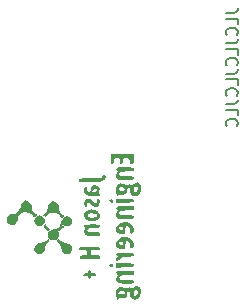
<source format=gbr>
%TF.GenerationSoftware,KiCad,Pcbnew,(6.0.7)*%
%TF.CreationDate,2023-08-26T21:57:55+08:00*%
%TF.ProjectId,ESP32_C3_motor_driver_V4,45535033-325f-4433-935f-6d6f746f725f,rev?*%
%TF.SameCoordinates,PX5ae29a0PY2d4cae0*%
%TF.FileFunction,Legend,Bot*%
%TF.FilePolarity,Positive*%
%FSLAX46Y46*%
G04 Gerber Fmt 4.6, Leading zero omitted, Abs format (unit mm)*
G04 Created by KiCad (PCBNEW (6.0.7)) date 2023-08-26 21:57:55*
%MOMM*%
%LPD*%
G01*
G04 APERTURE LIST*
%ADD10C,0.150000*%
G04 APERTURE END LIST*
D10*
X55252380Y-2580952D02*
X55966666Y-2580952D01*
X56109523Y-2533333D01*
X56204761Y-2438095D01*
X56252380Y-2295238D01*
X56252380Y-2200000D01*
X56252380Y-3533333D02*
X56252380Y-3057142D01*
X55252380Y-3057142D01*
X56157142Y-4438095D02*
X56204761Y-4390476D01*
X56252380Y-4247619D01*
X56252380Y-4152380D01*
X56204761Y-4009523D01*
X56109523Y-3914285D01*
X56014285Y-3866666D01*
X55823809Y-3819047D01*
X55680952Y-3819047D01*
X55490476Y-3866666D01*
X55395238Y-3914285D01*
X55300000Y-4009523D01*
X55252380Y-4152380D01*
X55252380Y-4247619D01*
X55300000Y-4390476D01*
X55347619Y-4438095D01*
X55252380Y-5152380D02*
X55966666Y-5152380D01*
X56109523Y-5104761D01*
X56204761Y-5009523D01*
X56252380Y-4866666D01*
X56252380Y-4771428D01*
X56252380Y-6104761D02*
X56252380Y-5628571D01*
X55252380Y-5628571D01*
X56157142Y-7009523D02*
X56204761Y-6961904D01*
X56252380Y-6819047D01*
X56252380Y-6723809D01*
X56204761Y-6580952D01*
X56109523Y-6485714D01*
X56014285Y-6438095D01*
X55823809Y-6390476D01*
X55680952Y-6390476D01*
X55490476Y-6438095D01*
X55395238Y-6485714D01*
X55300000Y-6580952D01*
X55252380Y-6723809D01*
X55252380Y-6819047D01*
X55300000Y-6961904D01*
X55347619Y-7009523D01*
X55252380Y-7723809D02*
X55966666Y-7723809D01*
X56109523Y-7676190D01*
X56204761Y-7580952D01*
X56252380Y-7438095D01*
X56252380Y-7342857D01*
X56252380Y-8676190D02*
X56252380Y-8200000D01*
X55252380Y-8200000D01*
X56157142Y-9580952D02*
X56204761Y-9533333D01*
X56252380Y-9390476D01*
X56252380Y-9295238D01*
X56204761Y-9152380D01*
X56109523Y-9057142D01*
X56014285Y-9009523D01*
X55823809Y-8961904D01*
X55680952Y-8961904D01*
X55490476Y-9009523D01*
X55395238Y-9057142D01*
X55300000Y-9152380D01*
X55252380Y-9295238D01*
X55252380Y-9390476D01*
X55300000Y-9533333D01*
X55347619Y-9580952D01*
X55252380Y-10295238D02*
X55966666Y-10295238D01*
X56109523Y-10247619D01*
X56204761Y-10152380D01*
X56252380Y-10009523D01*
X56252380Y-9914285D01*
X56252380Y-11247619D02*
X56252380Y-10771428D01*
X55252380Y-10771428D01*
X56157142Y-12152380D02*
X56204761Y-12104761D01*
X56252380Y-11961904D01*
X56252380Y-11866666D01*
X56204761Y-11723809D01*
X56109523Y-11628571D01*
X56014285Y-11580952D01*
X55823809Y-11533333D01*
X55680952Y-11533333D01*
X55490476Y-11580952D01*
X55395238Y-11628571D01*
X55300000Y-11723809D01*
X55252380Y-11866666D01*
X55252380Y-11961904D01*
X55300000Y-12104761D01*
X55347619Y-12152380D01*
%TO.C,G\u002A\u002A\u002A*%
G36*
X41969189Y-19819781D02*
G01*
X42131354Y-19903969D01*
X42213151Y-20021598D01*
X42259669Y-20208840D01*
X42229225Y-20366298D01*
X42100956Y-20536104D01*
X41908162Y-20629305D01*
X41689973Y-20630049D01*
X41485520Y-20522482D01*
X41388356Y-20455647D01*
X41347514Y-20480830D01*
X41359661Y-20524196D01*
X41452763Y-20604461D01*
X41533384Y-20657246D01*
X41548153Y-20733470D01*
X41456741Y-20770166D01*
X41362761Y-20808943D01*
X41246894Y-20925181D01*
X41223787Y-20956894D01*
X41134883Y-21033020D01*
X41053468Y-20995347D01*
X41005551Y-20954432D01*
X40912486Y-20910497D01*
X40914017Y-20951640D01*
X40996685Y-21050829D01*
X41088215Y-21185079D01*
X41137017Y-21366575D01*
X41126097Y-21458409D01*
X41024331Y-21644594D01*
X40847720Y-21772098D01*
X40635774Y-21827340D01*
X40428005Y-21796738D01*
X40263924Y-21666708D01*
X40223763Y-21603532D01*
X40149970Y-21367065D01*
X40206328Y-21162416D01*
X40385312Y-21003403D01*
X40679396Y-20903846D01*
X40806375Y-20876216D01*
X41072929Y-20770145D01*
X41235736Y-20603979D01*
X41318934Y-20357080D01*
X41331503Y-20291344D01*
X41427649Y-20004852D01*
X41575107Y-19840405D01*
X41782142Y-19787845D01*
X41969189Y-19819781D01*
G37*
G36*
X44205842Y-20491375D02*
G01*
X44406456Y-20500862D01*
X44517522Y-20523447D01*
X44565073Y-20564611D01*
X44575138Y-20629834D01*
X44568054Y-20690087D01*
X44518363Y-20741847D01*
X44393065Y-20764904D01*
X44159882Y-20770166D01*
X44154652Y-20770167D01*
X43844394Y-20780118D01*
X43650645Y-20814636D01*
X43550899Y-20881420D01*
X43522652Y-20988170D01*
X43523088Y-21004602D01*
X43544928Y-21066423D01*
X43620650Y-21101585D01*
X43779043Y-21117353D01*
X44048895Y-21120995D01*
X44233729Y-21121639D01*
X44427435Y-21129654D01*
X44529199Y-21154885D01*
X44568580Y-21207186D01*
X44575138Y-21296409D01*
X44573719Y-21351769D01*
X44551901Y-21419752D01*
X44479761Y-21455551D01*
X44327296Y-21469473D01*
X44064507Y-21471823D01*
X43883480Y-21468169D01*
X43582112Y-21434127D01*
X43397933Y-21362596D01*
X43339543Y-21308894D01*
X43257723Y-21151335D01*
X43247527Y-20986451D01*
X43318268Y-20871636D01*
X43356602Y-20832909D01*
X43318268Y-20748213D01*
X43242525Y-20654524D01*
X43239794Y-20574773D01*
X43342230Y-20524043D01*
X43561322Y-20497298D01*
X43908564Y-20489503D01*
X44205842Y-20491375D01*
G37*
G36*
X47451934Y-19121271D02*
G01*
X47450447Y-19177545D01*
X47428318Y-19245029D01*
X47355676Y-19280554D01*
X47202583Y-19294359D01*
X46939101Y-19296685D01*
X46835643Y-19297947D01*
X46505953Y-19325916D01*
X46294543Y-19388352D01*
X46207975Y-19482309D01*
X46252815Y-19604838D01*
X46283971Y-19634554D01*
X46398745Y-19684045D01*
X46595898Y-19710098D01*
X46904079Y-19717680D01*
X47114257Y-19718547D01*
X47307976Y-19726649D01*
X47408410Y-19750117D01*
X47443021Y-19797051D01*
X47439272Y-19875553D01*
X47415380Y-19958435D01*
X47349254Y-20010571D01*
X47208702Y-20038873D01*
X46960774Y-20055750D01*
X46631073Y-20057307D01*
X46280051Y-20009246D01*
X46046045Y-19905248D01*
X45935735Y-19747323D01*
X45926888Y-19615242D01*
X46022761Y-19423938D01*
X46032427Y-19412912D01*
X46104383Y-19300049D01*
X46066160Y-19245504D01*
X46018268Y-19206783D01*
X45978453Y-19080341D01*
X45978628Y-19069354D01*
X45993493Y-19012873D01*
X46049887Y-18976792D01*
X46172504Y-18956600D01*
X46386041Y-18947791D01*
X46715193Y-18945856D01*
X47451934Y-18945856D01*
X47451934Y-19121271D01*
G37*
G36*
X46912135Y-23787504D02*
G01*
X47175825Y-23791113D01*
X47336246Y-23803384D01*
X47417537Y-23829618D01*
X47443833Y-23875113D01*
X47439272Y-23945166D01*
X47435738Y-23967517D01*
X47412437Y-24031494D01*
X47353029Y-24072786D01*
X47231463Y-24097641D01*
X47021688Y-24112308D01*
X46697652Y-24123035D01*
X45978453Y-24143031D01*
X45978453Y-23787293D01*
X46720074Y-23787293D01*
X46912135Y-23787504D01*
G37*
G36*
X45718613Y-23875000D02*
G01*
X45721202Y-23938698D01*
X45657816Y-24061928D01*
X45566766Y-24123580D01*
X45459902Y-24074340D01*
X45408783Y-24010047D01*
X45393722Y-23887411D01*
X45400277Y-23873145D01*
X45499618Y-23799330D01*
X45630264Y-23799011D01*
X45718613Y-23875000D01*
G37*
G36*
X41252185Y-21862544D02*
G01*
X41269541Y-21879838D01*
X41452752Y-21998014D01*
X41673179Y-22072292D01*
X41701292Y-22077902D01*
X41925095Y-22155258D01*
X42101796Y-22264546D01*
X42215758Y-22423157D01*
X42243793Y-22629219D01*
X42169136Y-22820214D01*
X42007251Y-22960759D01*
X41773601Y-23015470D01*
X41671472Y-23000575D01*
X41474638Y-22884169D01*
X41332201Y-22684229D01*
X41277348Y-22439284D01*
X41239944Y-22265281D01*
X41080697Y-22036201D01*
X40963536Y-21907606D01*
X40936189Y-21828863D01*
X40992990Y-21770353D01*
X41009044Y-21761044D01*
X41119209Y-21755131D01*
X41252185Y-21862544D01*
G37*
G36*
X45025865Y-16309425D02*
G01*
X45065224Y-16437431D01*
X45064783Y-16460767D01*
X45036982Y-16623422D01*
X44954074Y-16743011D01*
X44799135Y-16825553D01*
X44555239Y-16877062D01*
X44205463Y-16903556D01*
X43732882Y-16911050D01*
X43632424Y-16911037D01*
X43288575Y-16909721D01*
X43058087Y-16903512D01*
X42919156Y-16888581D01*
X42849976Y-16861100D01*
X42828745Y-16817242D01*
X42833656Y-16753177D01*
X42836418Y-16735022D01*
X42854585Y-16677234D01*
X42901315Y-16637301D01*
X42998956Y-16611205D01*
X43169860Y-16594931D01*
X43436376Y-16584462D01*
X43820856Y-16575782D01*
X43831855Y-16575559D01*
X44213711Y-16566554D01*
X44477474Y-16555376D01*
X44644847Y-16538474D01*
X44737530Y-16512296D01*
X44777226Y-16473292D01*
X44785635Y-16417910D01*
X44808430Y-16329432D01*
X44925967Y-16279558D01*
X45025865Y-16309425D01*
G37*
G36*
X40768950Y-18550778D02*
G01*
X40950630Y-18680801D01*
X41084720Y-18883672D01*
X41137017Y-19118081D01*
X41148924Y-19227390D01*
X41226209Y-19430034D01*
X41349374Y-19585454D01*
X41487845Y-19647514D01*
X41547282Y-19669210D01*
X41536490Y-19755763D01*
X41426102Y-19885471D01*
X41352700Y-19947480D01*
X41292007Y-19952956D01*
X41252370Y-19838210D01*
X41224558Y-19768285D01*
X41079789Y-19626057D01*
X40861520Y-19540593D01*
X40609439Y-19513319D01*
X40363234Y-19545663D01*
X40162594Y-19639049D01*
X40047207Y-19794904D01*
X40024696Y-19856751D01*
X39978847Y-19881260D01*
X39883930Y-19801798D01*
X39835141Y-19752180D01*
X39800549Y-19678310D01*
X39869978Y-19617524D01*
X39922117Y-19583363D01*
X40094380Y-19381038D01*
X40152465Y-19100540D01*
X40176329Y-18957599D01*
X40287575Y-18745990D01*
X40456426Y-18587344D01*
X40645856Y-18524862D01*
X40768950Y-18550778D01*
G37*
G36*
X40266897Y-21758256D02*
G01*
X40311261Y-21806743D01*
X40302178Y-21883663D01*
X40191896Y-22002250D01*
X40059940Y-22184264D01*
X39970210Y-22459983D01*
X39907868Y-22681784D01*
X39767559Y-22894462D01*
X39582602Y-23005701D01*
X39376405Y-23003320D01*
X39172376Y-22875138D01*
X39144198Y-22844584D01*
X39044655Y-22638492D01*
X39057680Y-22422043D01*
X39166659Y-22227497D01*
X39354978Y-22087113D01*
X39606022Y-22033149D01*
X39776525Y-21996640D01*
X39988909Y-21854486D01*
X40066957Y-21781841D01*
X40176612Y-21722892D01*
X40266897Y-21758256D01*
G37*
G36*
X40049070Y-20558478D02*
G01*
X40118089Y-20671488D01*
X40265747Y-20785577D01*
X40362822Y-20833719D01*
X40388726Y-20883524D01*
X40301419Y-20956017D01*
X40202382Y-21004146D01*
X40104978Y-20976209D01*
X39962625Y-20857176D01*
X39912940Y-20810221D01*
X39815844Y-20701678D01*
X39808611Y-20625780D01*
X39879320Y-20536659D01*
X39949908Y-20466741D01*
X40006444Y-20455341D01*
X40049070Y-20558478D01*
G37*
G36*
X47451934Y-14946409D02*
G01*
X47451930Y-14961165D01*
X47447712Y-15188322D01*
X47426224Y-15309780D01*
X47373736Y-15358489D01*
X47276519Y-15367403D01*
X47173188Y-15355887D01*
X47114211Y-15287899D01*
X47101105Y-15121823D01*
X47100477Y-15049358D01*
X47080000Y-14929583D01*
X47000141Y-14883678D01*
X46820442Y-14876243D01*
X46737625Y-14876792D01*
X46600738Y-14894710D01*
X46548276Y-14964587D01*
X46539779Y-15121823D01*
X46535192Y-15232689D01*
X46496167Y-15339932D01*
X46399448Y-15367403D01*
X46336096Y-15359376D01*
X46274814Y-15291082D01*
X46259116Y-15121823D01*
X46259086Y-15103131D01*
X46245633Y-14948386D01*
X46178132Y-14887105D01*
X46013536Y-14876243D01*
X45994844Y-14876274D01*
X45840099Y-14889726D01*
X45778818Y-14957228D01*
X45767956Y-15121823D01*
X45763369Y-15232689D01*
X45724344Y-15339932D01*
X45627624Y-15367403D01*
X45565469Y-15359664D01*
X45514906Y-15308597D01*
X45492413Y-15181543D01*
X45487293Y-14946409D01*
X45487293Y-14525414D01*
X47451934Y-14525414D01*
X47451934Y-14946409D01*
G37*
G36*
X38424376Y-18469332D02*
G01*
X38613240Y-18578212D01*
X38761524Y-18753262D01*
X38821547Y-18946381D01*
X38846480Y-19179246D01*
X38953479Y-19433016D01*
X39131958Y-19587684D01*
X39304855Y-19666461D01*
X39150908Y-19791454D01*
X39053916Y-19865104D01*
X38991904Y-19873453D01*
X38949375Y-19789488D01*
X38819467Y-19611831D01*
X38587608Y-19484118D01*
X38295304Y-19437017D01*
X38201695Y-19440235D01*
X37924592Y-19509593D01*
X37745053Y-19675610D01*
X37652748Y-19946474D01*
X37616182Y-20092072D01*
X37495435Y-20328023D01*
X37329756Y-20495801D01*
X37148532Y-20559669D01*
X37108259Y-20557403D01*
X36902663Y-20473104D01*
X36751805Y-20296656D01*
X36693186Y-20068508D01*
X36696233Y-20011485D01*
X36783334Y-19784526D01*
X36972902Y-19632699D01*
X37241129Y-19577348D01*
X37288310Y-19575791D01*
X37560597Y-19494446D01*
X37759988Y-19303117D01*
X37865444Y-19020570D01*
X37889528Y-18916323D01*
X37999951Y-18684599D01*
X38158405Y-18518356D01*
X38334155Y-18454696D01*
X38424376Y-18469332D01*
G37*
G36*
X39636711Y-19751856D02*
G01*
X39803867Y-19858011D01*
X39895398Y-19992261D01*
X39944199Y-20173757D01*
X39910023Y-20322346D01*
X39803867Y-20489503D01*
X39669617Y-20581033D01*
X39488122Y-20629834D01*
X39339533Y-20595658D01*
X39172376Y-20489503D01*
X39080845Y-20355253D01*
X39032044Y-20173757D01*
X39066220Y-20025168D01*
X39172376Y-19858011D01*
X39306626Y-19766481D01*
X39488122Y-19717680D01*
X39636711Y-19751856D01*
G37*
G36*
X46912135Y-22875350D02*
G01*
X47175825Y-22878958D01*
X47336246Y-22891230D01*
X47417537Y-22917464D01*
X47443833Y-22962958D01*
X47439272Y-23033011D01*
X47434515Y-23061013D01*
X47402056Y-23132533D01*
X47320938Y-23176707D01*
X47160632Y-23204273D01*
X46890608Y-23225967D01*
X46867502Y-23227524D01*
X46600662Y-23250976D01*
X46438522Y-23283497D01*
X46347773Y-23335882D01*
X46295102Y-23418923D01*
X46227892Y-23513310D01*
X46067063Y-23576796D01*
X45938536Y-23542254D01*
X45921487Y-23440880D01*
X46024411Y-23284116D01*
X46084577Y-23196332D01*
X46059494Y-23155801D01*
X46012328Y-23129409D01*
X45978453Y-23015470D01*
X45978882Y-22996589D01*
X45994873Y-22940387D01*
X46052256Y-22904821D01*
X46175762Y-22885211D01*
X46390125Y-22876876D01*
X46720074Y-22875138D01*
X46912135Y-22875350D01*
G37*
G36*
X46796831Y-17129239D02*
G01*
X46979245Y-17108814D01*
X47049159Y-17085253D01*
X47216742Y-17109122D01*
X47320926Y-17130046D01*
X47461393Y-17041923D01*
X47593116Y-16942714D01*
X47631794Y-16939506D01*
X47763159Y-16928612D01*
X47943094Y-17051381D01*
X48025547Y-17169646D01*
X48082053Y-17409438D01*
X48051949Y-17667853D01*
X47943823Y-17896531D01*
X47766261Y-18047115D01*
X47648581Y-18085122D01*
X47396482Y-18062471D01*
X47276960Y-18000464D01*
X47208119Y-17887947D01*
X47171271Y-17681551D01*
X47161319Y-17613684D01*
X47127861Y-17512339D01*
X47451934Y-17512339D01*
X47460050Y-17663159D01*
X47504207Y-17737440D01*
X47609807Y-17740377D01*
X47647951Y-17732842D01*
X47747723Y-17660354D01*
X47789667Y-17489917D01*
X47795080Y-17355872D01*
X47753861Y-17278296D01*
X47631794Y-17261879D01*
X47520882Y-17274673D01*
X47464231Y-17344362D01*
X47451934Y-17512339D01*
X47127861Y-17512339D01*
X47103466Y-17438448D01*
X47025956Y-17360461D01*
X46951235Y-17391299D01*
X46901752Y-17542542D01*
X46841056Y-17734782D01*
X46675352Y-17903823D01*
X46427797Y-17963536D01*
X46415963Y-17963627D01*
X46247622Y-17985349D01*
X46153867Y-18033702D01*
X46128772Y-18069161D01*
X46056564Y-18096398D01*
X45998845Y-17986572D01*
X45954708Y-17738335D01*
X45947723Y-17541997D01*
X46155942Y-17541997D01*
X46266032Y-17601534D01*
X46391021Y-17631412D01*
X46554704Y-17629135D01*
X46610651Y-17605022D01*
X46679281Y-17500117D01*
X46633333Y-17378821D01*
X46626553Y-17372627D01*
X46491934Y-17332194D01*
X46320967Y-17356808D01*
X46189533Y-17436591D01*
X46165896Y-17467609D01*
X46155942Y-17541997D01*
X45947723Y-17541997D01*
X45946595Y-17510277D01*
X46010300Y-17242280D01*
X46156495Y-17076198D01*
X46374943Y-17021535D01*
X46491934Y-17049175D01*
X46655404Y-17087797D01*
X46796831Y-17129239D01*
G37*
G36*
X44390261Y-19371944D02*
G01*
X44442060Y-19418703D01*
X44559665Y-19627197D01*
X44558175Y-19858308D01*
X44434807Y-20068508D01*
X44360055Y-20128472D01*
X44186840Y-20190790D01*
X43921794Y-20208840D01*
X43757254Y-20199976D01*
X43474043Y-20119733D01*
X43300764Y-19958658D01*
X43246713Y-19739218D01*
X43535837Y-19739218D01*
X43567785Y-19831302D01*
X43663904Y-19888143D01*
X43861125Y-19914923D01*
X43933928Y-19917715D01*
X44135548Y-19900694D01*
X44264578Y-19853707D01*
X44316665Y-19801162D01*
X44364641Y-19707352D01*
X44364637Y-19706730D01*
X44301526Y-19628091D01*
X44145931Y-19565869D01*
X43945296Y-19532797D01*
X43747064Y-19541607D01*
X43645921Y-19565189D01*
X43547095Y-19626994D01*
X43535837Y-19739218D01*
X43246713Y-19739218D01*
X43241989Y-19720039D01*
X43277298Y-19558629D01*
X43417419Y-19385178D01*
X43632740Y-19269487D01*
X43889297Y-19221854D01*
X43945296Y-19228374D01*
X44153126Y-19252574D01*
X44390261Y-19371944D01*
G37*
G36*
X46839923Y-25898867D02*
G01*
X46981821Y-25862977D01*
X47073297Y-25825857D01*
X47228784Y-25868080D01*
X47241630Y-25875910D01*
X47352103Y-25905313D01*
X47440119Y-25814944D01*
X47576911Y-25701473D01*
X47631794Y-25701883D01*
X47756774Y-25702818D01*
X47943094Y-25822100D01*
X47955626Y-25835201D01*
X48063007Y-26042341D01*
X48076283Y-26289144D01*
X48007083Y-26532689D01*
X47867034Y-26730058D01*
X47667766Y-26838331D01*
X47578139Y-26853408D01*
X47356776Y-26827699D01*
X47218102Y-26689624D01*
X47157748Y-26435732D01*
X47151839Y-26379332D01*
X47123616Y-26283057D01*
X47451934Y-26283057D01*
X47460050Y-26433877D01*
X47504207Y-26508158D01*
X47609807Y-26511096D01*
X47647951Y-26503560D01*
X47747723Y-26431073D01*
X47789667Y-26260635D01*
X47795080Y-26126590D01*
X47753861Y-26049014D01*
X47631794Y-26032597D01*
X47520882Y-26045392D01*
X47464231Y-26115080D01*
X47451934Y-26283057D01*
X47123616Y-26283057D01*
X47101324Y-26207011D01*
X47026397Y-26130709D01*
X46951670Y-26162200D01*
X46901752Y-26313260D01*
X46841056Y-26505500D01*
X46675352Y-26674541D01*
X46427797Y-26734254D01*
X46415963Y-26734345D01*
X46247622Y-26756067D01*
X46153867Y-26804420D01*
X46128772Y-26839879D01*
X46056564Y-26867116D01*
X45998845Y-26757290D01*
X45954708Y-26509053D01*
X45954058Y-26301824D01*
X46153173Y-26301824D01*
X46234194Y-26363505D01*
X46446225Y-26383426D01*
X46448287Y-26383422D01*
X46620464Y-26349556D01*
X46688078Y-26264180D01*
X46633333Y-26149540D01*
X46626816Y-26143602D01*
X46494287Y-26103589D01*
X46325111Y-26124226D01*
X46198151Y-26196926D01*
X46153173Y-26301824D01*
X45954058Y-26301824D01*
X45953836Y-26231063D01*
X46035308Y-25977173D01*
X46192056Y-25818450D01*
X46409082Y-25768846D01*
X46494287Y-25792711D01*
X46671388Y-25842314D01*
X46839923Y-25898867D01*
G37*
G36*
X45718613Y-18402072D02*
G01*
X45721202Y-18465770D01*
X45657816Y-18589000D01*
X45566766Y-18650652D01*
X45459902Y-18601412D01*
X45408783Y-18537118D01*
X45393722Y-18414483D01*
X45400277Y-18400216D01*
X45499618Y-18326402D01*
X45630264Y-18326083D01*
X45718613Y-18402072D01*
G37*
G36*
X44439420Y-17194181D02*
G01*
X44532646Y-17282808D01*
X44570973Y-17465345D01*
X44502504Y-17687486D01*
X44465708Y-17780253D01*
X44502504Y-17823205D01*
X44544733Y-17849536D01*
X44575138Y-17963536D01*
X44575127Y-17966920D01*
X44560299Y-18040360D01*
X44496759Y-18081511D01*
X44354001Y-18099345D01*
X44101519Y-18102833D01*
X43781165Y-18086644D01*
X43488068Y-18018356D01*
X43311586Y-17890072D01*
X43243063Y-17694706D01*
X43273844Y-17425172D01*
X43312980Y-17328425D01*
X43389253Y-17282329D01*
X43457810Y-17348340D01*
X43487569Y-17513599D01*
X43529964Y-17670565D01*
X43626086Y-17730759D01*
X43729100Y-17689567D01*
X43733671Y-17678912D01*
X43950595Y-17678912D01*
X43989481Y-17740189D01*
X44129846Y-17740752D01*
X44265160Y-17700818D01*
X44352656Y-17589911D01*
X44357692Y-17546502D01*
X44318807Y-17485225D01*
X44178442Y-17484663D01*
X44043127Y-17524596D01*
X43955631Y-17635503D01*
X43950595Y-17678912D01*
X43733671Y-17678912D01*
X43792171Y-17542542D01*
X43845011Y-17360729D01*
X43991509Y-17188726D01*
X44178442Y-17134302D01*
X44198427Y-17128484D01*
X44439420Y-17194181D01*
G37*
G36*
X46912135Y-18314576D02*
G01*
X47175825Y-18318184D01*
X47336246Y-18330456D01*
X47417537Y-18356690D01*
X47443833Y-18402185D01*
X47439272Y-18472238D01*
X47435738Y-18494589D01*
X47412437Y-18558566D01*
X47353029Y-18599858D01*
X47231463Y-18624713D01*
X47021688Y-18639380D01*
X46697652Y-18650107D01*
X45978453Y-18670103D01*
X45978453Y-18314365D01*
X46720074Y-18314365D01*
X46912135Y-18314576D01*
G37*
G36*
X43769387Y-18361911D02*
G01*
X43973843Y-18531851D01*
X44125384Y-18669439D01*
X44259014Y-18711507D01*
X44341241Y-18650380D01*
X44347301Y-18488906D01*
X44342772Y-18463103D01*
X44351415Y-18345750D01*
X44444537Y-18314365D01*
X44506924Y-18325061D01*
X44560946Y-18401306D01*
X44575138Y-18580995D01*
X44574313Y-18630084D01*
X44530409Y-18857256D01*
X44407441Y-18979521D01*
X44188389Y-19016022D01*
X44159053Y-19015378D01*
X43972330Y-18962009D01*
X43811357Y-18801396D01*
X43739503Y-18715003D01*
X43609755Y-18624765D01*
X43520422Y-18657146D01*
X43486243Y-18811679D01*
X43465332Y-18921479D01*
X43392441Y-18980890D01*
X43307926Y-18936281D01*
X43255205Y-18791453D01*
X43253127Y-18771146D01*
X43280412Y-18525915D01*
X43394399Y-18369157D01*
X43566815Y-18311085D01*
X43769387Y-18361911D01*
G37*
G36*
X46680111Y-21577072D02*
G01*
X46872996Y-21580436D01*
X47051100Y-21603818D01*
X47171702Y-21663113D01*
X47282595Y-21773940D01*
X47376014Y-21914422D01*
X47444456Y-22126328D01*
X47442355Y-22323020D01*
X47372002Y-22467885D01*
X47235684Y-22524309D01*
X47181764Y-22519157D01*
X47131869Y-22463135D01*
X47146678Y-22313986D01*
X47146115Y-22107801D01*
X47053102Y-21951444D01*
X46882016Y-21892818D01*
X46860234Y-21893658D01*
X46790725Y-21926551D01*
X46758283Y-22032001D01*
X46750276Y-22243646D01*
X46750276Y-22594475D01*
X46501507Y-22594475D01*
X46349748Y-22571880D01*
X46132385Y-22464519D01*
X45971285Y-22299318D01*
X45908287Y-22110417D01*
X45909193Y-22094929D01*
X45910074Y-22092476D01*
X46203583Y-22092476D01*
X46265661Y-22197035D01*
X46397245Y-22243646D01*
X46507262Y-22205395D01*
X46539779Y-22068232D01*
X46519692Y-21955793D01*
X46426968Y-21896570D01*
X46266433Y-21956976D01*
X46235155Y-21982883D01*
X46203583Y-22092476D01*
X45910074Y-22092476D01*
X45964012Y-21942336D01*
X46077627Y-21773940D01*
X46159306Y-21687587D01*
X46272517Y-21615779D01*
X46426968Y-21584792D01*
X46430187Y-21584146D01*
X46680111Y-21577072D01*
G37*
G36*
X46861755Y-20307280D02*
G01*
X47114354Y-20382604D01*
X47311324Y-20540169D01*
X47380235Y-20649163D01*
X47445737Y-20859508D01*
X47440800Y-21057195D01*
X47369443Y-21203907D01*
X47235684Y-21261326D01*
X47174962Y-21254313D01*
X47131431Y-21194290D01*
X47148819Y-21040299D01*
X47154903Y-21007382D01*
X47152869Y-20836592D01*
X47063488Y-20724553D01*
X46942179Y-20649343D01*
X46827977Y-20638493D01*
X46767804Y-20745830D01*
X46750276Y-20980663D01*
X46750276Y-21331492D01*
X46501507Y-21331492D01*
X46344601Y-21306913D01*
X46130643Y-21200111D01*
X45970986Y-21039529D01*
X45908287Y-20859133D01*
X45915186Y-20829492D01*
X46203583Y-20829492D01*
X46265661Y-20934051D01*
X46397245Y-20980663D01*
X46507262Y-20942411D01*
X46539779Y-20805249D01*
X46519692Y-20692810D01*
X46426968Y-20633586D01*
X46266433Y-20693993D01*
X46235155Y-20719900D01*
X46203583Y-20829492D01*
X45915186Y-20829492D01*
X45950101Y-20679483D01*
X46097700Y-20500299D01*
X46320677Y-20373574D01*
X46426968Y-20346833D01*
X46586279Y-20306752D01*
X46861755Y-20307280D01*
G37*
G36*
X43759442Y-24374665D02*
G01*
X43803315Y-24488950D01*
X43811342Y-24552302D01*
X43879636Y-24613584D01*
X44048895Y-24629282D01*
X44071262Y-24629472D01*
X44241221Y-24656687D01*
X44294475Y-24734530D01*
X44294031Y-24744116D01*
X44230530Y-24816956D01*
X44048895Y-24839779D01*
X43938030Y-24844366D01*
X43830786Y-24883391D01*
X43803315Y-24980111D01*
X43783780Y-25061945D01*
X43698066Y-25120442D01*
X43636690Y-25094396D01*
X43592818Y-24980111D01*
X43590646Y-24943886D01*
X43536398Y-24861832D01*
X43382321Y-24839779D01*
X43234581Y-24818088D01*
X43171823Y-24734530D01*
X43215206Y-24660661D01*
X43382321Y-24629282D01*
X43436658Y-24627834D01*
X43559738Y-24591669D01*
X43592818Y-24488950D01*
X43612352Y-24407116D01*
X43698066Y-24348619D01*
X43759442Y-24374665D01*
G37*
G36*
X43995490Y-22384692D02*
G01*
X44264954Y-22389596D01*
X44434855Y-22402362D01*
X44527988Y-22426638D01*
X44567150Y-22466072D01*
X44575138Y-22524309D01*
X44571022Y-22573542D01*
X44528424Y-22632215D01*
X44412244Y-22658550D01*
X44189227Y-22664641D01*
X44183325Y-22664641D01*
X43965259Y-22668392D01*
X43852263Y-22692165D01*
X43809795Y-22754800D01*
X43803315Y-22875138D01*
X43803315Y-22878357D01*
X43810193Y-22997302D01*
X43853776Y-23058937D01*
X43968607Y-23082101D01*
X44189227Y-23085635D01*
X44384402Y-23088575D01*
X44513277Y-23108592D01*
X44565401Y-23161532D01*
X44575138Y-23263209D01*
X44575138Y-23440783D01*
X43715608Y-23421082D01*
X43459108Y-23414644D01*
X43180738Y-23403618D01*
X43004229Y-23387024D01*
X42906603Y-23360583D01*
X42864879Y-23320018D01*
X42856077Y-23261050D01*
X42856272Y-23249329D01*
X42884327Y-23166428D01*
X42983905Y-23121986D01*
X43189365Y-23099332D01*
X43322733Y-23089185D01*
X43458463Y-23060858D01*
X43512771Y-22996665D01*
X43522652Y-22871294D01*
X43518745Y-22770904D01*
X43483109Y-22697659D01*
X43379530Y-22669343D01*
X43171823Y-22664641D01*
X43090677Y-22664040D01*
X42917866Y-22650460D01*
X42839465Y-22608481D01*
X42820995Y-22524309D01*
X42825455Y-22476722D01*
X42856107Y-22433607D01*
X42935897Y-22406423D01*
X43087622Y-22391522D01*
X43334080Y-22385256D01*
X43698066Y-22383978D01*
X43995490Y-22384692D01*
G37*
G36*
X47451934Y-24594199D02*
G01*
X47450447Y-24650473D01*
X47428318Y-24717957D01*
X47355676Y-24753482D01*
X47202583Y-24767287D01*
X46939101Y-24769613D01*
X46835643Y-24770876D01*
X46505953Y-24798844D01*
X46294543Y-24861280D01*
X46207975Y-24955237D01*
X46252815Y-25077766D01*
X46283971Y-25107483D01*
X46398745Y-25156973D01*
X46595898Y-25183026D01*
X46904079Y-25190608D01*
X47114257Y-25191475D01*
X47307976Y-25199577D01*
X47408410Y-25223045D01*
X47443021Y-25269979D01*
X47439272Y-25348481D01*
X47415380Y-25431363D01*
X47349254Y-25483499D01*
X47208702Y-25511801D01*
X46960774Y-25528679D01*
X46631073Y-25530235D01*
X46280051Y-25482174D01*
X46046045Y-25378176D01*
X45935735Y-25220251D01*
X45926888Y-25088170D01*
X46022761Y-24896866D01*
X46032427Y-24885840D01*
X46104383Y-24772977D01*
X46066160Y-24718432D01*
X46018268Y-24679712D01*
X45978453Y-24553269D01*
X45978628Y-24542282D01*
X45993493Y-24485802D01*
X46049887Y-24449720D01*
X46172504Y-24429528D01*
X46386041Y-24420719D01*
X46715193Y-24418785D01*
X47451934Y-24418785D01*
X47451934Y-24594199D01*
G37*
G36*
X46856941Y-15649819D02*
G01*
X47125464Y-15659218D01*
X47319108Y-15674919D01*
X47405157Y-15694844D01*
X47429026Y-15736843D01*
X47451934Y-15870258D01*
X47451867Y-15876453D01*
X47432920Y-15940888D01*
X47360397Y-15977944D01*
X47205418Y-15994865D01*
X46939101Y-15998895D01*
X46835643Y-16000157D01*
X46505953Y-16028126D01*
X46294543Y-16090562D01*
X46207975Y-16184519D01*
X46252815Y-16307048D01*
X46283971Y-16336764D01*
X46398745Y-16386255D01*
X46595898Y-16412308D01*
X46904079Y-16419890D01*
X47114257Y-16420757D01*
X47307976Y-16428859D01*
X47408410Y-16452327D01*
X47443021Y-16499261D01*
X47439272Y-16577763D01*
X47415380Y-16660645D01*
X47349254Y-16712781D01*
X47208702Y-16741083D01*
X46960774Y-16757960D01*
X46631073Y-16759517D01*
X46280051Y-16711456D01*
X46046045Y-16607458D01*
X45935735Y-16449533D01*
X45926888Y-16317452D01*
X46022761Y-16126148D01*
X46032427Y-16115122D01*
X46104383Y-16002259D01*
X46066160Y-15947714D01*
X46018268Y-15908993D01*
X45978453Y-15782551D01*
X45988699Y-15722584D01*
X46037337Y-15682534D01*
X46149852Y-15660075D01*
X46351719Y-15650241D01*
X46668416Y-15648066D01*
X46856941Y-15649819D01*
G37*
%TD*%
M02*

</source>
